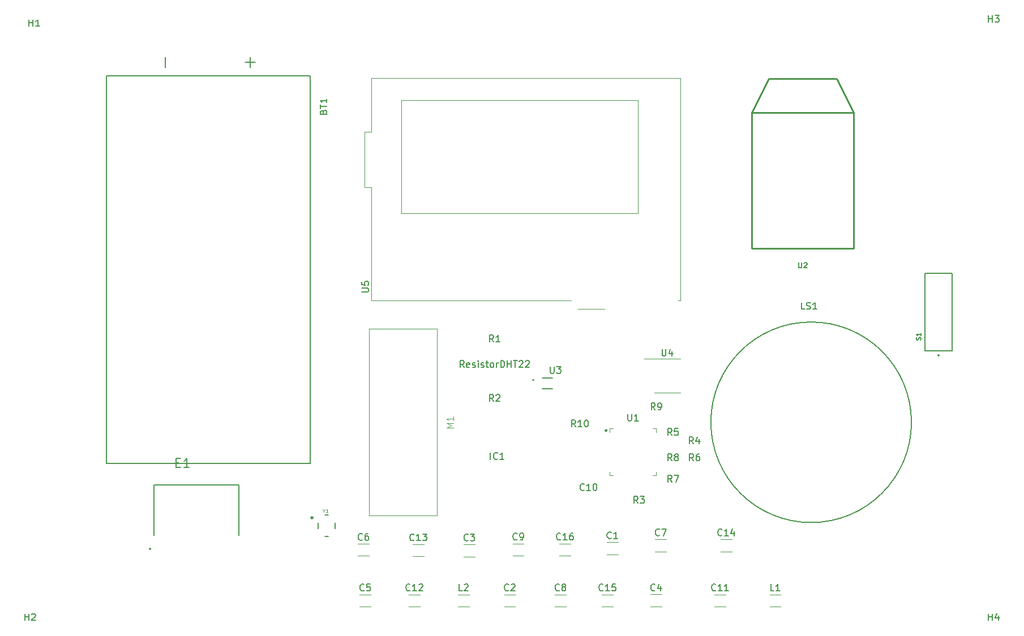
<source format=gbr>
%TF.GenerationSoftware,KiCad,Pcbnew,7.0.7*%
%TF.CreationDate,2024-06-03T23:51:36+07:00*%
%TF.ProjectId,Final Project_Group 4_Electronic Circuit 2,46696e61-6c20-4507-926f-6a6563745f47,rev?*%
%TF.SameCoordinates,Original*%
%TF.FileFunction,Legend,Top*%
%TF.FilePolarity,Positive*%
%FSLAX46Y46*%
G04 Gerber Fmt 4.6, Leading zero omitted, Abs format (unit mm)*
G04 Created by KiCad (PCBNEW 7.0.7) date 2024-06-03 23:51:36*
%MOMM*%
%LPD*%
G01*
G04 APERTURE LIST*
%ADD10C,0.150000*%
%ADD11C,0.120199*%
%ADD12C,0.100000*%
%ADD13C,0.120000*%
%ADD14C,0.250000*%
%ADD15C,0.127000*%
%ADD16C,0.300000*%
%ADD17C,0.254000*%
%ADD18C,0.200000*%
G04 APERTURE END LIST*
D10*
X144018095Y-102919819D02*
X144018095Y-103729342D01*
X144018095Y-103729342D02*
X144065714Y-103824580D01*
X144065714Y-103824580D02*
X144113333Y-103872200D01*
X144113333Y-103872200D02*
X144208571Y-103919819D01*
X144208571Y-103919819D02*
X144399047Y-103919819D01*
X144399047Y-103919819D02*
X144494285Y-103872200D01*
X144494285Y-103872200D02*
X144541904Y-103824580D01*
X144541904Y-103824580D02*
X144589523Y-103729342D01*
X144589523Y-103729342D02*
X144589523Y-102919819D01*
X145589523Y-103919819D02*
X145018095Y-103919819D01*
X145303809Y-103919819D02*
X145303809Y-102919819D01*
X145303809Y-102919819D02*
X145208571Y-103062676D01*
X145208571Y-103062676D02*
X145113333Y-103157914D01*
X145113333Y-103157914D02*
X145018095Y-103205533D01*
X111457142Y-129269580D02*
X111409523Y-129317200D01*
X111409523Y-129317200D02*
X111266666Y-129364819D01*
X111266666Y-129364819D02*
X111171428Y-129364819D01*
X111171428Y-129364819D02*
X111028571Y-129317200D01*
X111028571Y-129317200D02*
X110933333Y-129221961D01*
X110933333Y-129221961D02*
X110885714Y-129126723D01*
X110885714Y-129126723D02*
X110838095Y-128936247D01*
X110838095Y-128936247D02*
X110838095Y-128793390D01*
X110838095Y-128793390D02*
X110885714Y-128602914D01*
X110885714Y-128602914D02*
X110933333Y-128507676D01*
X110933333Y-128507676D02*
X111028571Y-128412438D01*
X111028571Y-128412438D02*
X111171428Y-128364819D01*
X111171428Y-128364819D02*
X111266666Y-128364819D01*
X111266666Y-128364819D02*
X111409523Y-128412438D01*
X111409523Y-128412438D02*
X111457142Y-128460057D01*
X112409523Y-129364819D02*
X111838095Y-129364819D01*
X112123809Y-129364819D02*
X112123809Y-128364819D01*
X112123809Y-128364819D02*
X112028571Y-128507676D01*
X112028571Y-128507676D02*
X111933333Y-128602914D01*
X111933333Y-128602914D02*
X111838095Y-128650533D01*
X112790476Y-128460057D02*
X112838095Y-128412438D01*
X112838095Y-128412438D02*
X112933333Y-128364819D01*
X112933333Y-128364819D02*
X113171428Y-128364819D01*
X113171428Y-128364819D02*
X113266666Y-128412438D01*
X113266666Y-128412438D02*
X113314285Y-128460057D01*
X113314285Y-128460057D02*
X113361904Y-128555295D01*
X113361904Y-128555295D02*
X113361904Y-128650533D01*
X113361904Y-128650533D02*
X113314285Y-128793390D01*
X113314285Y-128793390D02*
X112742857Y-129364819D01*
X112742857Y-129364819D02*
X113361904Y-129364819D01*
X148108333Y-102274819D02*
X147775000Y-101798628D01*
X147536905Y-102274819D02*
X147536905Y-101274819D01*
X147536905Y-101274819D02*
X147917857Y-101274819D01*
X147917857Y-101274819D02*
X148013095Y-101322438D01*
X148013095Y-101322438D02*
X148060714Y-101370057D01*
X148060714Y-101370057D02*
X148108333Y-101465295D01*
X148108333Y-101465295D02*
X148108333Y-101608152D01*
X148108333Y-101608152D02*
X148060714Y-101703390D01*
X148060714Y-101703390D02*
X148013095Y-101751009D01*
X148013095Y-101751009D02*
X147917857Y-101798628D01*
X147917857Y-101798628D02*
X147536905Y-101798628D01*
X148584524Y-102274819D02*
X148775000Y-102274819D01*
X148775000Y-102274819D02*
X148870238Y-102227200D01*
X148870238Y-102227200D02*
X148917857Y-102179580D01*
X148917857Y-102179580D02*
X149013095Y-102036723D01*
X149013095Y-102036723D02*
X149060714Y-101846247D01*
X149060714Y-101846247D02*
X149060714Y-101465295D01*
X149060714Y-101465295D02*
X149013095Y-101370057D01*
X149013095Y-101370057D02*
X148965476Y-101322438D01*
X148965476Y-101322438D02*
X148870238Y-101274819D01*
X148870238Y-101274819D02*
X148679762Y-101274819D01*
X148679762Y-101274819D02*
X148584524Y-101322438D01*
X148584524Y-101322438D02*
X148536905Y-101370057D01*
X148536905Y-101370057D02*
X148489286Y-101465295D01*
X148489286Y-101465295D02*
X148489286Y-101703390D01*
X148489286Y-101703390D02*
X148536905Y-101798628D01*
X148536905Y-101798628D02*
X148584524Y-101846247D01*
X148584524Y-101846247D02*
X148679762Y-101893866D01*
X148679762Y-101893866D02*
X148870238Y-101893866D01*
X148870238Y-101893866D02*
X148965476Y-101846247D01*
X148965476Y-101846247D02*
X149013095Y-101798628D01*
X149013095Y-101798628D02*
X149060714Y-101703390D01*
X104311333Y-121691580D02*
X104263714Y-121739200D01*
X104263714Y-121739200D02*
X104120857Y-121786819D01*
X104120857Y-121786819D02*
X104025619Y-121786819D01*
X104025619Y-121786819D02*
X103882762Y-121739200D01*
X103882762Y-121739200D02*
X103787524Y-121643961D01*
X103787524Y-121643961D02*
X103739905Y-121548723D01*
X103739905Y-121548723D02*
X103692286Y-121358247D01*
X103692286Y-121358247D02*
X103692286Y-121215390D01*
X103692286Y-121215390D02*
X103739905Y-121024914D01*
X103739905Y-121024914D02*
X103787524Y-120929676D01*
X103787524Y-120929676D02*
X103882762Y-120834438D01*
X103882762Y-120834438D02*
X104025619Y-120786819D01*
X104025619Y-120786819D02*
X104120857Y-120786819D01*
X104120857Y-120786819D02*
X104263714Y-120834438D01*
X104263714Y-120834438D02*
X104311333Y-120882057D01*
X105168476Y-120786819D02*
X104978000Y-120786819D01*
X104978000Y-120786819D02*
X104882762Y-120834438D01*
X104882762Y-120834438D02*
X104835143Y-120882057D01*
X104835143Y-120882057D02*
X104739905Y-121024914D01*
X104739905Y-121024914D02*
X104692286Y-121215390D01*
X104692286Y-121215390D02*
X104692286Y-121596342D01*
X104692286Y-121596342D02*
X104739905Y-121691580D01*
X104739905Y-121691580D02*
X104787524Y-121739200D01*
X104787524Y-121739200D02*
X104882762Y-121786819D01*
X104882762Y-121786819D02*
X105073238Y-121786819D01*
X105073238Y-121786819D02*
X105168476Y-121739200D01*
X105168476Y-121739200D02*
X105216095Y-121691580D01*
X105216095Y-121691580D02*
X105263714Y-121596342D01*
X105263714Y-121596342D02*
X105263714Y-121358247D01*
X105263714Y-121358247D02*
X105216095Y-121263009D01*
X105216095Y-121263009D02*
X105168476Y-121215390D01*
X105168476Y-121215390D02*
X105073238Y-121167771D01*
X105073238Y-121167771D02*
X104882762Y-121167771D01*
X104882762Y-121167771D02*
X104787524Y-121215390D01*
X104787524Y-121215390D02*
X104739905Y-121263009D01*
X104739905Y-121263009D02*
X104692286Y-121358247D01*
D11*
X98584756Y-117388768D02*
X98584756Y-117617719D01*
X98424491Y-117136923D02*
X98584756Y-117388768D01*
X98584756Y-117388768D02*
X98745021Y-117136923D01*
X99157132Y-117617719D02*
X98882392Y-117617719D01*
X99019762Y-117617719D02*
X99019762Y-117136923D01*
X99019762Y-117136923D02*
X98973972Y-117205608D01*
X98973972Y-117205608D02*
X98928182Y-117251398D01*
X98928182Y-117251398D02*
X98882392Y-117274293D01*
D10*
X148753333Y-121014580D02*
X148705714Y-121062200D01*
X148705714Y-121062200D02*
X148562857Y-121109819D01*
X148562857Y-121109819D02*
X148467619Y-121109819D01*
X148467619Y-121109819D02*
X148324762Y-121062200D01*
X148324762Y-121062200D02*
X148229524Y-120966961D01*
X148229524Y-120966961D02*
X148181905Y-120871723D01*
X148181905Y-120871723D02*
X148134286Y-120681247D01*
X148134286Y-120681247D02*
X148134286Y-120538390D01*
X148134286Y-120538390D02*
X148181905Y-120347914D01*
X148181905Y-120347914D02*
X148229524Y-120252676D01*
X148229524Y-120252676D02*
X148324762Y-120157438D01*
X148324762Y-120157438D02*
X148467619Y-120109819D01*
X148467619Y-120109819D02*
X148562857Y-120109819D01*
X148562857Y-120109819D02*
X148705714Y-120157438D01*
X148705714Y-120157438D02*
X148753333Y-120205057D01*
X149086667Y-120109819D02*
X149753333Y-120109819D01*
X149753333Y-120109819D02*
X149324762Y-121109819D01*
X169580074Y-80258565D02*
X169580074Y-80895986D01*
X169580074Y-80895986D02*
X169617570Y-80970976D01*
X169617570Y-80970976D02*
X169655065Y-81008472D01*
X169655065Y-81008472D02*
X169730056Y-81045967D01*
X169730056Y-81045967D02*
X169880037Y-81045967D01*
X169880037Y-81045967D02*
X169955028Y-81008472D01*
X169955028Y-81008472D02*
X169992523Y-80970976D01*
X169992523Y-80970976D02*
X170030018Y-80895986D01*
X170030018Y-80895986D02*
X170030018Y-80258565D01*
X170367476Y-80333556D02*
X170404971Y-80296060D01*
X170404971Y-80296060D02*
X170479962Y-80258565D01*
X170479962Y-80258565D02*
X170667439Y-80258565D01*
X170667439Y-80258565D02*
X170742429Y-80296060D01*
X170742429Y-80296060D02*
X170779925Y-80333556D01*
X170779925Y-80333556D02*
X170817420Y-80408546D01*
X170817420Y-80408546D02*
X170817420Y-80483537D01*
X170817420Y-80483537D02*
X170779925Y-80596023D01*
X170779925Y-80596023D02*
X170329981Y-81045967D01*
X170329981Y-81045967D02*
X170817420Y-81045967D01*
X133977142Y-121649580D02*
X133929523Y-121697200D01*
X133929523Y-121697200D02*
X133786666Y-121744819D01*
X133786666Y-121744819D02*
X133691428Y-121744819D01*
X133691428Y-121744819D02*
X133548571Y-121697200D01*
X133548571Y-121697200D02*
X133453333Y-121601961D01*
X133453333Y-121601961D02*
X133405714Y-121506723D01*
X133405714Y-121506723D02*
X133358095Y-121316247D01*
X133358095Y-121316247D02*
X133358095Y-121173390D01*
X133358095Y-121173390D02*
X133405714Y-120982914D01*
X133405714Y-120982914D02*
X133453333Y-120887676D01*
X133453333Y-120887676D02*
X133548571Y-120792438D01*
X133548571Y-120792438D02*
X133691428Y-120744819D01*
X133691428Y-120744819D02*
X133786666Y-120744819D01*
X133786666Y-120744819D02*
X133929523Y-120792438D01*
X133929523Y-120792438D02*
X133977142Y-120840057D01*
X134929523Y-121744819D02*
X134358095Y-121744819D01*
X134643809Y-121744819D02*
X134643809Y-120744819D01*
X134643809Y-120744819D02*
X134548571Y-120887676D01*
X134548571Y-120887676D02*
X134453333Y-120982914D01*
X134453333Y-120982914D02*
X134358095Y-121030533D01*
X135786666Y-120744819D02*
X135596190Y-120744819D01*
X135596190Y-120744819D02*
X135500952Y-120792438D01*
X135500952Y-120792438D02*
X135453333Y-120840057D01*
X135453333Y-120840057D02*
X135358095Y-120982914D01*
X135358095Y-120982914D02*
X135310476Y-121173390D01*
X135310476Y-121173390D02*
X135310476Y-121554342D01*
X135310476Y-121554342D02*
X135358095Y-121649580D01*
X135358095Y-121649580D02*
X135405714Y-121697200D01*
X135405714Y-121697200D02*
X135500952Y-121744819D01*
X135500952Y-121744819D02*
X135691428Y-121744819D01*
X135691428Y-121744819D02*
X135786666Y-121697200D01*
X135786666Y-121697200D02*
X135834285Y-121649580D01*
X135834285Y-121649580D02*
X135881904Y-121554342D01*
X135881904Y-121554342D02*
X135881904Y-121316247D01*
X135881904Y-121316247D02*
X135834285Y-121221009D01*
X135834285Y-121221009D02*
X135786666Y-121173390D01*
X135786666Y-121173390D02*
X135691428Y-121125771D01*
X135691428Y-121125771D02*
X135500952Y-121125771D01*
X135500952Y-121125771D02*
X135405714Y-121173390D01*
X135405714Y-121173390D02*
X135358095Y-121221009D01*
X135358095Y-121221009D02*
X135310476Y-121316247D01*
X119543570Y-95924819D02*
X119210237Y-95448628D01*
X118972142Y-95924819D02*
X118972142Y-94924819D01*
X118972142Y-94924819D02*
X119353094Y-94924819D01*
X119353094Y-94924819D02*
X119448332Y-94972438D01*
X119448332Y-94972438D02*
X119495951Y-95020057D01*
X119495951Y-95020057D02*
X119543570Y-95115295D01*
X119543570Y-95115295D02*
X119543570Y-95258152D01*
X119543570Y-95258152D02*
X119495951Y-95353390D01*
X119495951Y-95353390D02*
X119448332Y-95401009D01*
X119448332Y-95401009D02*
X119353094Y-95448628D01*
X119353094Y-95448628D02*
X118972142Y-95448628D01*
X120353094Y-95877200D02*
X120257856Y-95924819D01*
X120257856Y-95924819D02*
X120067380Y-95924819D01*
X120067380Y-95924819D02*
X119972142Y-95877200D01*
X119972142Y-95877200D02*
X119924523Y-95781961D01*
X119924523Y-95781961D02*
X119924523Y-95401009D01*
X119924523Y-95401009D02*
X119972142Y-95305771D01*
X119972142Y-95305771D02*
X120067380Y-95258152D01*
X120067380Y-95258152D02*
X120257856Y-95258152D01*
X120257856Y-95258152D02*
X120353094Y-95305771D01*
X120353094Y-95305771D02*
X120400713Y-95401009D01*
X120400713Y-95401009D02*
X120400713Y-95496247D01*
X120400713Y-95496247D02*
X119924523Y-95591485D01*
X120781666Y-95877200D02*
X120876904Y-95924819D01*
X120876904Y-95924819D02*
X121067380Y-95924819D01*
X121067380Y-95924819D02*
X121162618Y-95877200D01*
X121162618Y-95877200D02*
X121210237Y-95781961D01*
X121210237Y-95781961D02*
X121210237Y-95734342D01*
X121210237Y-95734342D02*
X121162618Y-95639104D01*
X121162618Y-95639104D02*
X121067380Y-95591485D01*
X121067380Y-95591485D02*
X120924523Y-95591485D01*
X120924523Y-95591485D02*
X120829285Y-95543866D01*
X120829285Y-95543866D02*
X120781666Y-95448628D01*
X120781666Y-95448628D02*
X120781666Y-95401009D01*
X120781666Y-95401009D02*
X120829285Y-95305771D01*
X120829285Y-95305771D02*
X120924523Y-95258152D01*
X120924523Y-95258152D02*
X121067380Y-95258152D01*
X121067380Y-95258152D02*
X121162618Y-95305771D01*
X121638809Y-95924819D02*
X121638809Y-95258152D01*
X121638809Y-94924819D02*
X121591190Y-94972438D01*
X121591190Y-94972438D02*
X121638809Y-95020057D01*
X121638809Y-95020057D02*
X121686428Y-94972438D01*
X121686428Y-94972438D02*
X121638809Y-94924819D01*
X121638809Y-94924819D02*
X121638809Y-95020057D01*
X122067380Y-95877200D02*
X122162618Y-95924819D01*
X122162618Y-95924819D02*
X122353094Y-95924819D01*
X122353094Y-95924819D02*
X122448332Y-95877200D01*
X122448332Y-95877200D02*
X122495951Y-95781961D01*
X122495951Y-95781961D02*
X122495951Y-95734342D01*
X122495951Y-95734342D02*
X122448332Y-95639104D01*
X122448332Y-95639104D02*
X122353094Y-95591485D01*
X122353094Y-95591485D02*
X122210237Y-95591485D01*
X122210237Y-95591485D02*
X122114999Y-95543866D01*
X122114999Y-95543866D02*
X122067380Y-95448628D01*
X122067380Y-95448628D02*
X122067380Y-95401009D01*
X122067380Y-95401009D02*
X122114999Y-95305771D01*
X122114999Y-95305771D02*
X122210237Y-95258152D01*
X122210237Y-95258152D02*
X122353094Y-95258152D01*
X122353094Y-95258152D02*
X122448332Y-95305771D01*
X122781666Y-95258152D02*
X123162618Y-95258152D01*
X122924523Y-94924819D02*
X122924523Y-95781961D01*
X122924523Y-95781961D02*
X122972142Y-95877200D01*
X122972142Y-95877200D02*
X123067380Y-95924819D01*
X123067380Y-95924819D02*
X123162618Y-95924819D01*
X123638809Y-95924819D02*
X123543571Y-95877200D01*
X123543571Y-95877200D02*
X123495952Y-95829580D01*
X123495952Y-95829580D02*
X123448333Y-95734342D01*
X123448333Y-95734342D02*
X123448333Y-95448628D01*
X123448333Y-95448628D02*
X123495952Y-95353390D01*
X123495952Y-95353390D02*
X123543571Y-95305771D01*
X123543571Y-95305771D02*
X123638809Y-95258152D01*
X123638809Y-95258152D02*
X123781666Y-95258152D01*
X123781666Y-95258152D02*
X123876904Y-95305771D01*
X123876904Y-95305771D02*
X123924523Y-95353390D01*
X123924523Y-95353390D02*
X123972142Y-95448628D01*
X123972142Y-95448628D02*
X123972142Y-95734342D01*
X123972142Y-95734342D02*
X123924523Y-95829580D01*
X123924523Y-95829580D02*
X123876904Y-95877200D01*
X123876904Y-95877200D02*
X123781666Y-95924819D01*
X123781666Y-95924819D02*
X123638809Y-95924819D01*
X124400714Y-95924819D02*
X124400714Y-95258152D01*
X124400714Y-95448628D02*
X124448333Y-95353390D01*
X124448333Y-95353390D02*
X124495952Y-95305771D01*
X124495952Y-95305771D02*
X124591190Y-95258152D01*
X124591190Y-95258152D02*
X124686428Y-95258152D01*
X125019762Y-95924819D02*
X125019762Y-94924819D01*
X125019762Y-94924819D02*
X125257857Y-94924819D01*
X125257857Y-94924819D02*
X125400714Y-94972438D01*
X125400714Y-94972438D02*
X125495952Y-95067676D01*
X125495952Y-95067676D02*
X125543571Y-95162914D01*
X125543571Y-95162914D02*
X125591190Y-95353390D01*
X125591190Y-95353390D02*
X125591190Y-95496247D01*
X125591190Y-95496247D02*
X125543571Y-95686723D01*
X125543571Y-95686723D02*
X125495952Y-95781961D01*
X125495952Y-95781961D02*
X125400714Y-95877200D01*
X125400714Y-95877200D02*
X125257857Y-95924819D01*
X125257857Y-95924819D02*
X125019762Y-95924819D01*
X126019762Y-95924819D02*
X126019762Y-94924819D01*
X126019762Y-95401009D02*
X126591190Y-95401009D01*
X126591190Y-95924819D02*
X126591190Y-94924819D01*
X126924524Y-94924819D02*
X127495952Y-94924819D01*
X127210238Y-95924819D02*
X127210238Y-94924819D01*
X127781667Y-95020057D02*
X127829286Y-94972438D01*
X127829286Y-94972438D02*
X127924524Y-94924819D01*
X127924524Y-94924819D02*
X128162619Y-94924819D01*
X128162619Y-94924819D02*
X128257857Y-94972438D01*
X128257857Y-94972438D02*
X128305476Y-95020057D01*
X128305476Y-95020057D02*
X128353095Y-95115295D01*
X128353095Y-95115295D02*
X128353095Y-95210533D01*
X128353095Y-95210533D02*
X128305476Y-95353390D01*
X128305476Y-95353390D02*
X127734048Y-95924819D01*
X127734048Y-95924819D02*
X128353095Y-95924819D01*
X128734048Y-95020057D02*
X128781667Y-94972438D01*
X128781667Y-94972438D02*
X128876905Y-94924819D01*
X128876905Y-94924819D02*
X129115000Y-94924819D01*
X129115000Y-94924819D02*
X129210238Y-94972438D01*
X129210238Y-94972438D02*
X129257857Y-95020057D01*
X129257857Y-95020057D02*
X129305476Y-95115295D01*
X129305476Y-95115295D02*
X129305476Y-95210533D01*
X129305476Y-95210533D02*
X129257857Y-95353390D01*
X129257857Y-95353390D02*
X128686429Y-95924819D01*
X128686429Y-95924819D02*
X129305476Y-95924819D01*
X150618333Y-113069819D02*
X150285000Y-112593628D01*
X150046905Y-113069819D02*
X150046905Y-112069819D01*
X150046905Y-112069819D02*
X150427857Y-112069819D01*
X150427857Y-112069819D02*
X150523095Y-112117438D01*
X150523095Y-112117438D02*
X150570714Y-112165057D01*
X150570714Y-112165057D02*
X150618333Y-112260295D01*
X150618333Y-112260295D02*
X150618333Y-112403152D01*
X150618333Y-112403152D02*
X150570714Y-112498390D01*
X150570714Y-112498390D02*
X150523095Y-112546009D01*
X150523095Y-112546009D02*
X150427857Y-112593628D01*
X150427857Y-112593628D02*
X150046905Y-112593628D01*
X150951667Y-112069819D02*
X151618333Y-112069819D01*
X151618333Y-112069819D02*
X151189762Y-113069819D01*
X127468333Y-121649580D02*
X127420714Y-121697200D01*
X127420714Y-121697200D02*
X127277857Y-121744819D01*
X127277857Y-121744819D02*
X127182619Y-121744819D01*
X127182619Y-121744819D02*
X127039762Y-121697200D01*
X127039762Y-121697200D02*
X126944524Y-121601961D01*
X126944524Y-121601961D02*
X126896905Y-121506723D01*
X126896905Y-121506723D02*
X126849286Y-121316247D01*
X126849286Y-121316247D02*
X126849286Y-121173390D01*
X126849286Y-121173390D02*
X126896905Y-120982914D01*
X126896905Y-120982914D02*
X126944524Y-120887676D01*
X126944524Y-120887676D02*
X127039762Y-120792438D01*
X127039762Y-120792438D02*
X127182619Y-120744819D01*
X127182619Y-120744819D02*
X127277857Y-120744819D01*
X127277857Y-120744819D02*
X127420714Y-120792438D01*
X127420714Y-120792438D02*
X127468333Y-120840057D01*
X127944524Y-121744819D02*
X128135000Y-121744819D01*
X128135000Y-121744819D02*
X128230238Y-121697200D01*
X128230238Y-121697200D02*
X128277857Y-121649580D01*
X128277857Y-121649580D02*
X128373095Y-121506723D01*
X128373095Y-121506723D02*
X128420714Y-121316247D01*
X128420714Y-121316247D02*
X128420714Y-120935295D01*
X128420714Y-120935295D02*
X128373095Y-120840057D01*
X128373095Y-120840057D02*
X128325476Y-120792438D01*
X128325476Y-120792438D02*
X128230238Y-120744819D01*
X128230238Y-120744819D02*
X128039762Y-120744819D01*
X128039762Y-120744819D02*
X127944524Y-120792438D01*
X127944524Y-120792438D02*
X127896905Y-120840057D01*
X127896905Y-120840057D02*
X127849286Y-120935295D01*
X127849286Y-120935295D02*
X127849286Y-121173390D01*
X127849286Y-121173390D02*
X127896905Y-121268628D01*
X127896905Y-121268628D02*
X127944524Y-121316247D01*
X127944524Y-121316247D02*
X128039762Y-121363866D01*
X128039762Y-121363866D02*
X128230238Y-121363866D01*
X128230238Y-121363866D02*
X128325476Y-121316247D01*
X128325476Y-121316247D02*
X128373095Y-121268628D01*
X128373095Y-121268628D02*
X128420714Y-121173390D01*
X123483810Y-109674819D02*
X123483810Y-108674819D01*
X124531428Y-109579580D02*
X124483809Y-109627200D01*
X124483809Y-109627200D02*
X124340952Y-109674819D01*
X124340952Y-109674819D02*
X124245714Y-109674819D01*
X124245714Y-109674819D02*
X124102857Y-109627200D01*
X124102857Y-109627200D02*
X124007619Y-109531961D01*
X124007619Y-109531961D02*
X123960000Y-109436723D01*
X123960000Y-109436723D02*
X123912381Y-109246247D01*
X123912381Y-109246247D02*
X123912381Y-109103390D01*
X123912381Y-109103390D02*
X123960000Y-108912914D01*
X123960000Y-108912914D02*
X124007619Y-108817676D01*
X124007619Y-108817676D02*
X124102857Y-108722438D01*
X124102857Y-108722438D02*
X124245714Y-108674819D01*
X124245714Y-108674819D02*
X124340952Y-108674819D01*
X124340952Y-108674819D02*
X124483809Y-108722438D01*
X124483809Y-108722438D02*
X124531428Y-108770057D01*
X125483809Y-109674819D02*
X124912381Y-109674819D01*
X125198095Y-109674819D02*
X125198095Y-108674819D01*
X125198095Y-108674819D02*
X125102857Y-108817676D01*
X125102857Y-108817676D02*
X125007619Y-108912914D01*
X125007619Y-108912914D02*
X124912381Y-108960533D01*
X126198333Y-129269580D02*
X126150714Y-129317200D01*
X126150714Y-129317200D02*
X126007857Y-129364819D01*
X126007857Y-129364819D02*
X125912619Y-129364819D01*
X125912619Y-129364819D02*
X125769762Y-129317200D01*
X125769762Y-129317200D02*
X125674524Y-129221961D01*
X125674524Y-129221961D02*
X125626905Y-129126723D01*
X125626905Y-129126723D02*
X125579286Y-128936247D01*
X125579286Y-128936247D02*
X125579286Y-128793390D01*
X125579286Y-128793390D02*
X125626905Y-128602914D01*
X125626905Y-128602914D02*
X125674524Y-128507676D01*
X125674524Y-128507676D02*
X125769762Y-128412438D01*
X125769762Y-128412438D02*
X125912619Y-128364819D01*
X125912619Y-128364819D02*
X126007857Y-128364819D01*
X126007857Y-128364819D02*
X126150714Y-128412438D01*
X126150714Y-128412438D02*
X126198333Y-128460057D01*
X126579286Y-128460057D02*
X126626905Y-128412438D01*
X126626905Y-128412438D02*
X126722143Y-128364819D01*
X126722143Y-128364819D02*
X126960238Y-128364819D01*
X126960238Y-128364819D02*
X127055476Y-128412438D01*
X127055476Y-128412438D02*
X127103095Y-128460057D01*
X127103095Y-128460057D02*
X127150714Y-128555295D01*
X127150714Y-128555295D02*
X127150714Y-128650533D01*
X127150714Y-128650533D02*
X127103095Y-128793390D01*
X127103095Y-128793390D02*
X126531667Y-129364819D01*
X126531667Y-129364819D02*
X127150714Y-129364819D01*
X153848333Y-109894819D02*
X153515000Y-109418628D01*
X153276905Y-109894819D02*
X153276905Y-108894819D01*
X153276905Y-108894819D02*
X153657857Y-108894819D01*
X153657857Y-108894819D02*
X153753095Y-108942438D01*
X153753095Y-108942438D02*
X153800714Y-108990057D01*
X153800714Y-108990057D02*
X153848333Y-109085295D01*
X153848333Y-109085295D02*
X153848333Y-109228152D01*
X153848333Y-109228152D02*
X153800714Y-109323390D01*
X153800714Y-109323390D02*
X153753095Y-109371009D01*
X153753095Y-109371009D02*
X153657857Y-109418628D01*
X153657857Y-109418628D02*
X153276905Y-109418628D01*
X154705476Y-108894819D02*
X154515000Y-108894819D01*
X154515000Y-108894819D02*
X154419762Y-108942438D01*
X154419762Y-108942438D02*
X154372143Y-108990057D01*
X154372143Y-108990057D02*
X154276905Y-109132914D01*
X154276905Y-109132914D02*
X154229286Y-109323390D01*
X154229286Y-109323390D02*
X154229286Y-109704342D01*
X154229286Y-109704342D02*
X154276905Y-109799580D01*
X154276905Y-109799580D02*
X154324524Y-109847200D01*
X154324524Y-109847200D02*
X154419762Y-109894819D01*
X154419762Y-109894819D02*
X154610238Y-109894819D01*
X154610238Y-109894819D02*
X154705476Y-109847200D01*
X154705476Y-109847200D02*
X154753095Y-109799580D01*
X154753095Y-109799580D02*
X154800714Y-109704342D01*
X154800714Y-109704342D02*
X154800714Y-109466247D01*
X154800714Y-109466247D02*
X154753095Y-109371009D01*
X154753095Y-109371009D02*
X154705476Y-109323390D01*
X154705476Y-109323390D02*
X154610238Y-109275771D01*
X154610238Y-109275771D02*
X154419762Y-109275771D01*
X154419762Y-109275771D02*
X154324524Y-109323390D01*
X154324524Y-109323390D02*
X154276905Y-109371009D01*
X154276905Y-109371009D02*
X154229286Y-109466247D01*
X120133833Y-121779080D02*
X120086214Y-121826700D01*
X120086214Y-121826700D02*
X119943357Y-121874319D01*
X119943357Y-121874319D02*
X119848119Y-121874319D01*
X119848119Y-121874319D02*
X119705262Y-121826700D01*
X119705262Y-121826700D02*
X119610024Y-121731461D01*
X119610024Y-121731461D02*
X119562405Y-121636223D01*
X119562405Y-121636223D02*
X119514786Y-121445747D01*
X119514786Y-121445747D02*
X119514786Y-121302890D01*
X119514786Y-121302890D02*
X119562405Y-121112414D01*
X119562405Y-121112414D02*
X119610024Y-121017176D01*
X119610024Y-121017176D02*
X119705262Y-120921938D01*
X119705262Y-120921938D02*
X119848119Y-120874319D01*
X119848119Y-120874319D02*
X119943357Y-120874319D01*
X119943357Y-120874319D02*
X120086214Y-120921938D01*
X120086214Y-120921938D02*
X120133833Y-120969557D01*
X120467167Y-120874319D02*
X121086214Y-120874319D01*
X121086214Y-120874319D02*
X120752881Y-121255271D01*
X120752881Y-121255271D02*
X120895738Y-121255271D01*
X120895738Y-121255271D02*
X120990976Y-121302890D01*
X120990976Y-121302890D02*
X121038595Y-121350509D01*
X121038595Y-121350509D02*
X121086214Y-121445747D01*
X121086214Y-121445747D02*
X121086214Y-121683842D01*
X121086214Y-121683842D02*
X121038595Y-121779080D01*
X121038595Y-121779080D02*
X120990976Y-121826700D01*
X120990976Y-121826700D02*
X120895738Y-121874319D01*
X120895738Y-121874319D02*
X120610024Y-121874319D01*
X120610024Y-121874319D02*
X120514786Y-121826700D01*
X120514786Y-121826700D02*
X120467167Y-121779080D01*
X158107142Y-121014580D02*
X158059523Y-121062200D01*
X158059523Y-121062200D02*
X157916666Y-121109819D01*
X157916666Y-121109819D02*
X157821428Y-121109819D01*
X157821428Y-121109819D02*
X157678571Y-121062200D01*
X157678571Y-121062200D02*
X157583333Y-120966961D01*
X157583333Y-120966961D02*
X157535714Y-120871723D01*
X157535714Y-120871723D02*
X157488095Y-120681247D01*
X157488095Y-120681247D02*
X157488095Y-120538390D01*
X157488095Y-120538390D02*
X157535714Y-120347914D01*
X157535714Y-120347914D02*
X157583333Y-120252676D01*
X157583333Y-120252676D02*
X157678571Y-120157438D01*
X157678571Y-120157438D02*
X157821428Y-120109819D01*
X157821428Y-120109819D02*
X157916666Y-120109819D01*
X157916666Y-120109819D02*
X158059523Y-120157438D01*
X158059523Y-120157438D02*
X158107142Y-120205057D01*
X159059523Y-121109819D02*
X158488095Y-121109819D01*
X158773809Y-121109819D02*
X158773809Y-120109819D01*
X158773809Y-120109819D02*
X158678571Y-120252676D01*
X158678571Y-120252676D02*
X158583333Y-120347914D01*
X158583333Y-120347914D02*
X158488095Y-120395533D01*
X159916666Y-120443152D02*
X159916666Y-121109819D01*
X159678571Y-120062200D02*
X159440476Y-120776485D01*
X159440476Y-120776485D02*
X160059523Y-120776485D01*
X157171642Y-129269580D02*
X157124023Y-129317200D01*
X157124023Y-129317200D02*
X156981166Y-129364819D01*
X156981166Y-129364819D02*
X156885928Y-129364819D01*
X156885928Y-129364819D02*
X156743071Y-129317200D01*
X156743071Y-129317200D02*
X156647833Y-129221961D01*
X156647833Y-129221961D02*
X156600214Y-129126723D01*
X156600214Y-129126723D02*
X156552595Y-128936247D01*
X156552595Y-128936247D02*
X156552595Y-128793390D01*
X156552595Y-128793390D02*
X156600214Y-128602914D01*
X156600214Y-128602914D02*
X156647833Y-128507676D01*
X156647833Y-128507676D02*
X156743071Y-128412438D01*
X156743071Y-128412438D02*
X156885928Y-128364819D01*
X156885928Y-128364819D02*
X156981166Y-128364819D01*
X156981166Y-128364819D02*
X157124023Y-128412438D01*
X157124023Y-128412438D02*
X157171642Y-128460057D01*
X158124023Y-129364819D02*
X157552595Y-129364819D01*
X157838309Y-129364819D02*
X157838309Y-128364819D01*
X157838309Y-128364819D02*
X157743071Y-128507676D01*
X157743071Y-128507676D02*
X157647833Y-128602914D01*
X157647833Y-128602914D02*
X157552595Y-128650533D01*
X159076404Y-129364819D02*
X158504976Y-129364819D01*
X158790690Y-129364819D02*
X158790690Y-128364819D01*
X158790690Y-128364819D02*
X158695452Y-128507676D01*
X158695452Y-128507676D02*
X158600214Y-128602914D01*
X158600214Y-128602914D02*
X158504976Y-128650533D01*
X140327142Y-129269580D02*
X140279523Y-129317200D01*
X140279523Y-129317200D02*
X140136666Y-129364819D01*
X140136666Y-129364819D02*
X140041428Y-129364819D01*
X140041428Y-129364819D02*
X139898571Y-129317200D01*
X139898571Y-129317200D02*
X139803333Y-129221961D01*
X139803333Y-129221961D02*
X139755714Y-129126723D01*
X139755714Y-129126723D02*
X139708095Y-128936247D01*
X139708095Y-128936247D02*
X139708095Y-128793390D01*
X139708095Y-128793390D02*
X139755714Y-128602914D01*
X139755714Y-128602914D02*
X139803333Y-128507676D01*
X139803333Y-128507676D02*
X139898571Y-128412438D01*
X139898571Y-128412438D02*
X140041428Y-128364819D01*
X140041428Y-128364819D02*
X140136666Y-128364819D01*
X140136666Y-128364819D02*
X140279523Y-128412438D01*
X140279523Y-128412438D02*
X140327142Y-128460057D01*
X141279523Y-129364819D02*
X140708095Y-129364819D01*
X140993809Y-129364819D02*
X140993809Y-128364819D01*
X140993809Y-128364819D02*
X140898571Y-128507676D01*
X140898571Y-128507676D02*
X140803333Y-128602914D01*
X140803333Y-128602914D02*
X140708095Y-128650533D01*
X142184285Y-128364819D02*
X141708095Y-128364819D01*
X141708095Y-128364819D02*
X141660476Y-128841009D01*
X141660476Y-128841009D02*
X141708095Y-128793390D01*
X141708095Y-128793390D02*
X141803333Y-128745771D01*
X141803333Y-128745771D02*
X142041428Y-128745771D01*
X142041428Y-128745771D02*
X142136666Y-128793390D01*
X142136666Y-128793390D02*
X142184285Y-128841009D01*
X142184285Y-128841009D02*
X142231904Y-128936247D01*
X142231904Y-128936247D02*
X142231904Y-129174342D01*
X142231904Y-129174342D02*
X142184285Y-129269580D01*
X142184285Y-129269580D02*
X142136666Y-129317200D01*
X142136666Y-129317200D02*
X142041428Y-129364819D01*
X142041428Y-129364819D02*
X141803333Y-129364819D01*
X141803333Y-129364819D02*
X141708095Y-129317200D01*
X141708095Y-129317200D02*
X141660476Y-129269580D01*
X141547333Y-121453580D02*
X141499714Y-121501200D01*
X141499714Y-121501200D02*
X141356857Y-121548819D01*
X141356857Y-121548819D02*
X141261619Y-121548819D01*
X141261619Y-121548819D02*
X141118762Y-121501200D01*
X141118762Y-121501200D02*
X141023524Y-121405961D01*
X141023524Y-121405961D02*
X140975905Y-121310723D01*
X140975905Y-121310723D02*
X140928286Y-121120247D01*
X140928286Y-121120247D02*
X140928286Y-120977390D01*
X140928286Y-120977390D02*
X140975905Y-120786914D01*
X140975905Y-120786914D02*
X141023524Y-120691676D01*
X141023524Y-120691676D02*
X141118762Y-120596438D01*
X141118762Y-120596438D02*
X141261619Y-120548819D01*
X141261619Y-120548819D02*
X141356857Y-120548819D01*
X141356857Y-120548819D02*
X141499714Y-120596438D01*
X141499714Y-120596438D02*
X141547333Y-120644057D01*
X142499714Y-121548819D02*
X141928286Y-121548819D01*
X142214000Y-121548819D02*
X142214000Y-120548819D01*
X142214000Y-120548819D02*
X142118762Y-120691676D01*
X142118762Y-120691676D02*
X142023524Y-120786914D01*
X142023524Y-120786914D02*
X141928286Y-120834533D01*
X145538333Y-116244819D02*
X145205000Y-115768628D01*
X144966905Y-116244819D02*
X144966905Y-115244819D01*
X144966905Y-115244819D02*
X145347857Y-115244819D01*
X145347857Y-115244819D02*
X145443095Y-115292438D01*
X145443095Y-115292438D02*
X145490714Y-115340057D01*
X145490714Y-115340057D02*
X145538333Y-115435295D01*
X145538333Y-115435295D02*
X145538333Y-115578152D01*
X145538333Y-115578152D02*
X145490714Y-115673390D01*
X145490714Y-115673390D02*
X145443095Y-115721009D01*
X145443095Y-115721009D02*
X145347857Y-115768628D01*
X145347857Y-115768628D02*
X144966905Y-115768628D01*
X145871667Y-115244819D02*
X146490714Y-115244819D01*
X146490714Y-115244819D02*
X146157381Y-115625771D01*
X146157381Y-115625771D02*
X146300238Y-115625771D01*
X146300238Y-115625771D02*
X146395476Y-115673390D01*
X146395476Y-115673390D02*
X146443095Y-115721009D01*
X146443095Y-115721009D02*
X146490714Y-115816247D01*
X146490714Y-115816247D02*
X146490714Y-116054342D01*
X146490714Y-116054342D02*
X146443095Y-116149580D01*
X146443095Y-116149580D02*
X146395476Y-116197200D01*
X146395476Y-116197200D02*
X146300238Y-116244819D01*
X146300238Y-116244819D02*
X146014524Y-116244819D01*
X146014524Y-116244819D02*
X145919286Y-116197200D01*
X145919286Y-116197200D02*
X145871667Y-116149580D01*
X133783333Y-129269580D02*
X133735714Y-129317200D01*
X133735714Y-129317200D02*
X133592857Y-129364819D01*
X133592857Y-129364819D02*
X133497619Y-129364819D01*
X133497619Y-129364819D02*
X133354762Y-129317200D01*
X133354762Y-129317200D02*
X133259524Y-129221961D01*
X133259524Y-129221961D02*
X133211905Y-129126723D01*
X133211905Y-129126723D02*
X133164286Y-128936247D01*
X133164286Y-128936247D02*
X133164286Y-128793390D01*
X133164286Y-128793390D02*
X133211905Y-128602914D01*
X133211905Y-128602914D02*
X133259524Y-128507676D01*
X133259524Y-128507676D02*
X133354762Y-128412438D01*
X133354762Y-128412438D02*
X133497619Y-128364819D01*
X133497619Y-128364819D02*
X133592857Y-128364819D01*
X133592857Y-128364819D02*
X133735714Y-128412438D01*
X133735714Y-128412438D02*
X133783333Y-128460057D01*
X134354762Y-128793390D02*
X134259524Y-128745771D01*
X134259524Y-128745771D02*
X134211905Y-128698152D01*
X134211905Y-128698152D02*
X134164286Y-128602914D01*
X134164286Y-128602914D02*
X134164286Y-128555295D01*
X134164286Y-128555295D02*
X134211905Y-128460057D01*
X134211905Y-128460057D02*
X134259524Y-128412438D01*
X134259524Y-128412438D02*
X134354762Y-128364819D01*
X134354762Y-128364819D02*
X134545238Y-128364819D01*
X134545238Y-128364819D02*
X134640476Y-128412438D01*
X134640476Y-128412438D02*
X134688095Y-128460057D01*
X134688095Y-128460057D02*
X134735714Y-128555295D01*
X134735714Y-128555295D02*
X134735714Y-128602914D01*
X134735714Y-128602914D02*
X134688095Y-128698152D01*
X134688095Y-128698152D02*
X134640476Y-128745771D01*
X134640476Y-128745771D02*
X134545238Y-128793390D01*
X134545238Y-128793390D02*
X134354762Y-128793390D01*
X134354762Y-128793390D02*
X134259524Y-128841009D01*
X134259524Y-128841009D02*
X134211905Y-128888628D01*
X134211905Y-128888628D02*
X134164286Y-128983866D01*
X134164286Y-128983866D02*
X134164286Y-129174342D01*
X134164286Y-129174342D02*
X134211905Y-129269580D01*
X134211905Y-129269580D02*
X134259524Y-129317200D01*
X134259524Y-129317200D02*
X134354762Y-129364819D01*
X134354762Y-129364819D02*
X134545238Y-129364819D01*
X134545238Y-129364819D02*
X134640476Y-129317200D01*
X134640476Y-129317200D02*
X134688095Y-129269580D01*
X134688095Y-129269580D02*
X134735714Y-129174342D01*
X134735714Y-129174342D02*
X134735714Y-128983866D01*
X134735714Y-128983866D02*
X134688095Y-128888628D01*
X134688095Y-128888628D02*
X134640476Y-128841009D01*
X134640476Y-128841009D02*
X134545238Y-128793390D01*
X112050142Y-121752580D02*
X112002523Y-121800200D01*
X112002523Y-121800200D02*
X111859666Y-121847819D01*
X111859666Y-121847819D02*
X111764428Y-121847819D01*
X111764428Y-121847819D02*
X111621571Y-121800200D01*
X111621571Y-121800200D02*
X111526333Y-121704961D01*
X111526333Y-121704961D02*
X111478714Y-121609723D01*
X111478714Y-121609723D02*
X111431095Y-121419247D01*
X111431095Y-121419247D02*
X111431095Y-121276390D01*
X111431095Y-121276390D02*
X111478714Y-121085914D01*
X111478714Y-121085914D02*
X111526333Y-120990676D01*
X111526333Y-120990676D02*
X111621571Y-120895438D01*
X111621571Y-120895438D02*
X111764428Y-120847819D01*
X111764428Y-120847819D02*
X111859666Y-120847819D01*
X111859666Y-120847819D02*
X112002523Y-120895438D01*
X112002523Y-120895438D02*
X112050142Y-120943057D01*
X113002523Y-121847819D02*
X112431095Y-121847819D01*
X112716809Y-121847819D02*
X112716809Y-120847819D01*
X112716809Y-120847819D02*
X112621571Y-120990676D01*
X112621571Y-120990676D02*
X112526333Y-121085914D01*
X112526333Y-121085914D02*
X112431095Y-121133533D01*
X113335857Y-120847819D02*
X113954904Y-120847819D01*
X113954904Y-120847819D02*
X113621571Y-121228771D01*
X113621571Y-121228771D02*
X113764428Y-121228771D01*
X113764428Y-121228771D02*
X113859666Y-121276390D01*
X113859666Y-121276390D02*
X113907285Y-121324009D01*
X113907285Y-121324009D02*
X113954904Y-121419247D01*
X113954904Y-121419247D02*
X113954904Y-121657342D01*
X113954904Y-121657342D02*
X113907285Y-121752580D01*
X113907285Y-121752580D02*
X113859666Y-121800200D01*
X113859666Y-121800200D02*
X113764428Y-121847819D01*
X113764428Y-121847819D02*
X113478714Y-121847819D01*
X113478714Y-121847819D02*
X113383476Y-121800200D01*
X113383476Y-121800200D02*
X113335857Y-121752580D01*
X153818333Y-107354819D02*
X153485000Y-106878628D01*
X153246905Y-107354819D02*
X153246905Y-106354819D01*
X153246905Y-106354819D02*
X153627857Y-106354819D01*
X153627857Y-106354819D02*
X153723095Y-106402438D01*
X153723095Y-106402438D02*
X153770714Y-106450057D01*
X153770714Y-106450057D02*
X153818333Y-106545295D01*
X153818333Y-106545295D02*
X153818333Y-106688152D01*
X153818333Y-106688152D02*
X153770714Y-106783390D01*
X153770714Y-106783390D02*
X153723095Y-106831009D01*
X153723095Y-106831009D02*
X153627857Y-106878628D01*
X153627857Y-106878628D02*
X153246905Y-106878628D01*
X154675476Y-106688152D02*
X154675476Y-107354819D01*
X154437381Y-106307200D02*
X154199286Y-107021485D01*
X154199286Y-107021485D02*
X154818333Y-107021485D01*
X119283333Y-129364819D02*
X118807143Y-129364819D01*
X118807143Y-129364819D02*
X118807143Y-128364819D01*
X119569048Y-128460057D02*
X119616667Y-128412438D01*
X119616667Y-128412438D02*
X119711905Y-128364819D01*
X119711905Y-128364819D02*
X119950000Y-128364819D01*
X119950000Y-128364819D02*
X120045238Y-128412438D01*
X120045238Y-128412438D02*
X120092857Y-128460057D01*
X120092857Y-128460057D02*
X120140476Y-128555295D01*
X120140476Y-128555295D02*
X120140476Y-128650533D01*
X120140476Y-128650533D02*
X120092857Y-128793390D01*
X120092857Y-128793390D02*
X119521429Y-129364819D01*
X119521429Y-129364819D02*
X120140476Y-129364819D01*
X149163095Y-93209819D02*
X149163095Y-94019342D01*
X149163095Y-94019342D02*
X149210714Y-94114580D01*
X149210714Y-94114580D02*
X149258333Y-94162200D01*
X149258333Y-94162200D02*
X149353571Y-94209819D01*
X149353571Y-94209819D02*
X149544047Y-94209819D01*
X149544047Y-94209819D02*
X149639285Y-94162200D01*
X149639285Y-94162200D02*
X149686904Y-94114580D01*
X149686904Y-94114580D02*
X149734523Y-94019342D01*
X149734523Y-94019342D02*
X149734523Y-93209819D01*
X150639285Y-93543152D02*
X150639285Y-94209819D01*
X150401190Y-93162200D02*
X150163095Y-93876485D01*
X150163095Y-93876485D02*
X150782142Y-93876485D01*
X197993095Y-44244819D02*
X197993095Y-43244819D01*
X197993095Y-43721009D02*
X198564523Y-43721009D01*
X198564523Y-44244819D02*
X198564523Y-43244819D01*
X198945476Y-43244819D02*
X199564523Y-43244819D01*
X199564523Y-43244819D02*
X199231190Y-43625771D01*
X199231190Y-43625771D02*
X199374047Y-43625771D01*
X199374047Y-43625771D02*
X199469285Y-43673390D01*
X199469285Y-43673390D02*
X199516904Y-43721009D01*
X199516904Y-43721009D02*
X199564523Y-43816247D01*
X199564523Y-43816247D02*
X199564523Y-44054342D01*
X199564523Y-44054342D02*
X199516904Y-44149580D01*
X199516904Y-44149580D02*
X199469285Y-44197200D01*
X199469285Y-44197200D02*
X199374047Y-44244819D01*
X199374047Y-44244819D02*
X199088333Y-44244819D01*
X199088333Y-44244819D02*
X198993095Y-44197200D01*
X198993095Y-44197200D02*
X198945476Y-44149580D01*
D12*
X117967419Y-104949523D02*
X116967419Y-104949523D01*
X116967419Y-104949523D02*
X117681704Y-104616190D01*
X117681704Y-104616190D02*
X116967419Y-104282857D01*
X116967419Y-104282857D02*
X117967419Y-104282857D01*
X117967419Y-103282857D02*
X117967419Y-103854285D01*
X117967419Y-103568571D02*
X116967419Y-103568571D01*
X116967419Y-103568571D02*
X117110276Y-103663809D01*
X117110276Y-103663809D02*
X117205514Y-103759047D01*
X117205514Y-103759047D02*
X117253133Y-103854285D01*
D10*
X137497142Y-114244580D02*
X137449523Y-114292200D01*
X137449523Y-114292200D02*
X137306666Y-114339819D01*
X137306666Y-114339819D02*
X137211428Y-114339819D01*
X137211428Y-114339819D02*
X137068571Y-114292200D01*
X137068571Y-114292200D02*
X136973333Y-114196961D01*
X136973333Y-114196961D02*
X136925714Y-114101723D01*
X136925714Y-114101723D02*
X136878095Y-113911247D01*
X136878095Y-113911247D02*
X136878095Y-113768390D01*
X136878095Y-113768390D02*
X136925714Y-113577914D01*
X136925714Y-113577914D02*
X136973333Y-113482676D01*
X136973333Y-113482676D02*
X137068571Y-113387438D01*
X137068571Y-113387438D02*
X137211428Y-113339819D01*
X137211428Y-113339819D02*
X137306666Y-113339819D01*
X137306666Y-113339819D02*
X137449523Y-113387438D01*
X137449523Y-113387438D02*
X137497142Y-113435057D01*
X138449523Y-114339819D02*
X137878095Y-114339819D01*
X138163809Y-114339819D02*
X138163809Y-113339819D01*
X138163809Y-113339819D02*
X138068571Y-113482676D01*
X138068571Y-113482676D02*
X137973333Y-113577914D01*
X137973333Y-113577914D02*
X137878095Y-113625533D01*
X139068571Y-113339819D02*
X139163809Y-113339819D01*
X139163809Y-113339819D02*
X139259047Y-113387438D01*
X139259047Y-113387438D02*
X139306666Y-113435057D01*
X139306666Y-113435057D02*
X139354285Y-113530295D01*
X139354285Y-113530295D02*
X139401904Y-113720771D01*
X139401904Y-113720771D02*
X139401904Y-113958866D01*
X139401904Y-113958866D02*
X139354285Y-114149342D01*
X139354285Y-114149342D02*
X139306666Y-114244580D01*
X139306666Y-114244580D02*
X139259047Y-114292200D01*
X139259047Y-114292200D02*
X139163809Y-114339819D01*
X139163809Y-114339819D02*
X139068571Y-114339819D01*
X139068571Y-114339819D02*
X138973333Y-114292200D01*
X138973333Y-114292200D02*
X138925714Y-114244580D01*
X138925714Y-114244580D02*
X138878095Y-114149342D01*
X138878095Y-114149342D02*
X138830476Y-113958866D01*
X138830476Y-113958866D02*
X138830476Y-113720771D01*
X138830476Y-113720771D02*
X138878095Y-113530295D01*
X138878095Y-113530295D02*
X138925714Y-113435057D01*
X138925714Y-113435057D02*
X138973333Y-113387438D01*
X138973333Y-113387438D02*
X139068571Y-113339819D01*
X123948333Y-92114819D02*
X123615000Y-91638628D01*
X123376905Y-92114819D02*
X123376905Y-91114819D01*
X123376905Y-91114819D02*
X123757857Y-91114819D01*
X123757857Y-91114819D02*
X123853095Y-91162438D01*
X123853095Y-91162438D02*
X123900714Y-91210057D01*
X123900714Y-91210057D02*
X123948333Y-91305295D01*
X123948333Y-91305295D02*
X123948333Y-91448152D01*
X123948333Y-91448152D02*
X123900714Y-91543390D01*
X123900714Y-91543390D02*
X123853095Y-91591009D01*
X123853095Y-91591009D02*
X123757857Y-91638628D01*
X123757857Y-91638628D02*
X123376905Y-91638628D01*
X124900714Y-92114819D02*
X124329286Y-92114819D01*
X124615000Y-92114819D02*
X124615000Y-91114819D01*
X124615000Y-91114819D02*
X124519762Y-91257676D01*
X124519762Y-91257676D02*
X124424524Y-91352914D01*
X124424524Y-91352914D02*
X124329286Y-91400533D01*
X170480307Y-87217792D02*
X170003213Y-87217792D01*
X170003213Y-87217792D02*
X170003213Y-86215894D01*
X170766563Y-87170083D02*
X170909692Y-87217792D01*
X170909692Y-87217792D02*
X171148239Y-87217792D01*
X171148239Y-87217792D02*
X171243658Y-87170083D01*
X171243658Y-87170083D02*
X171291367Y-87122373D01*
X171291367Y-87122373D02*
X171339076Y-87026954D01*
X171339076Y-87026954D02*
X171339076Y-86931535D01*
X171339076Y-86931535D02*
X171291367Y-86836117D01*
X171291367Y-86836117D02*
X171243658Y-86788407D01*
X171243658Y-86788407D02*
X171148239Y-86740698D01*
X171148239Y-86740698D02*
X170957401Y-86692988D01*
X170957401Y-86692988D02*
X170861982Y-86645279D01*
X170861982Y-86645279D02*
X170814273Y-86597569D01*
X170814273Y-86597569D02*
X170766563Y-86502151D01*
X170766563Y-86502151D02*
X170766563Y-86406732D01*
X170766563Y-86406732D02*
X170814273Y-86311313D01*
X170814273Y-86311313D02*
X170861982Y-86263603D01*
X170861982Y-86263603D02*
X170957401Y-86215894D01*
X170957401Y-86215894D02*
X171195948Y-86215894D01*
X171195948Y-86215894D02*
X171339076Y-86263603D01*
X172293265Y-87217792D02*
X171720752Y-87217792D01*
X172007009Y-87217792D02*
X172007009Y-86215894D01*
X172007009Y-86215894D02*
X171911590Y-86359022D01*
X171911590Y-86359022D02*
X171816171Y-86454441D01*
X171816171Y-86454441D02*
X171720752Y-86502151D01*
X136202142Y-104814819D02*
X135868809Y-104338628D01*
X135630714Y-104814819D02*
X135630714Y-103814819D01*
X135630714Y-103814819D02*
X136011666Y-103814819D01*
X136011666Y-103814819D02*
X136106904Y-103862438D01*
X136106904Y-103862438D02*
X136154523Y-103910057D01*
X136154523Y-103910057D02*
X136202142Y-104005295D01*
X136202142Y-104005295D02*
X136202142Y-104148152D01*
X136202142Y-104148152D02*
X136154523Y-104243390D01*
X136154523Y-104243390D02*
X136106904Y-104291009D01*
X136106904Y-104291009D02*
X136011666Y-104338628D01*
X136011666Y-104338628D02*
X135630714Y-104338628D01*
X137154523Y-104814819D02*
X136583095Y-104814819D01*
X136868809Y-104814819D02*
X136868809Y-103814819D01*
X136868809Y-103814819D02*
X136773571Y-103957676D01*
X136773571Y-103957676D02*
X136678333Y-104052914D01*
X136678333Y-104052914D02*
X136583095Y-104100533D01*
X137773571Y-103814819D02*
X137868809Y-103814819D01*
X137868809Y-103814819D02*
X137964047Y-103862438D01*
X137964047Y-103862438D02*
X138011666Y-103910057D01*
X138011666Y-103910057D02*
X138059285Y-104005295D01*
X138059285Y-104005295D02*
X138106904Y-104195771D01*
X138106904Y-104195771D02*
X138106904Y-104433866D01*
X138106904Y-104433866D02*
X138059285Y-104624342D01*
X138059285Y-104624342D02*
X138011666Y-104719580D01*
X138011666Y-104719580D02*
X137964047Y-104767200D01*
X137964047Y-104767200D02*
X137868809Y-104814819D01*
X137868809Y-104814819D02*
X137773571Y-104814819D01*
X137773571Y-104814819D02*
X137678333Y-104767200D01*
X137678333Y-104767200D02*
X137630714Y-104719580D01*
X137630714Y-104719580D02*
X137583095Y-104624342D01*
X137583095Y-104624342D02*
X137535476Y-104433866D01*
X137535476Y-104433866D02*
X137535476Y-104195771D01*
X137535476Y-104195771D02*
X137583095Y-104005295D01*
X137583095Y-104005295D02*
X137630714Y-103910057D01*
X137630714Y-103910057D02*
X137678333Y-103862438D01*
X137678333Y-103862438D02*
X137773571Y-103814819D01*
X187811400Y-91800619D02*
X187841876Y-91709190D01*
X187841876Y-91709190D02*
X187841876Y-91556809D01*
X187841876Y-91556809D02*
X187811400Y-91495857D01*
X187811400Y-91495857D02*
X187780923Y-91465381D01*
X187780923Y-91465381D02*
X187719971Y-91434904D01*
X187719971Y-91434904D02*
X187659019Y-91434904D01*
X187659019Y-91434904D02*
X187598066Y-91465381D01*
X187598066Y-91465381D02*
X187567590Y-91495857D01*
X187567590Y-91495857D02*
X187537114Y-91556809D01*
X187537114Y-91556809D02*
X187506638Y-91678714D01*
X187506638Y-91678714D02*
X187476161Y-91739666D01*
X187476161Y-91739666D02*
X187445685Y-91770143D01*
X187445685Y-91770143D02*
X187384733Y-91800619D01*
X187384733Y-91800619D02*
X187323780Y-91800619D01*
X187323780Y-91800619D02*
X187262828Y-91770143D01*
X187262828Y-91770143D02*
X187232352Y-91739666D01*
X187232352Y-91739666D02*
X187201876Y-91678714D01*
X187201876Y-91678714D02*
X187201876Y-91526333D01*
X187201876Y-91526333D02*
X187232352Y-91434904D01*
X187841876Y-90825380D02*
X187841876Y-91191095D01*
X187841876Y-91008238D02*
X187201876Y-91008238D01*
X187201876Y-91008238D02*
X187293304Y-91069190D01*
X187293304Y-91069190D02*
X187354257Y-91130142D01*
X187354257Y-91130142D02*
X187384733Y-91191095D01*
X104583333Y-129269580D02*
X104535714Y-129317200D01*
X104535714Y-129317200D02*
X104392857Y-129364819D01*
X104392857Y-129364819D02*
X104297619Y-129364819D01*
X104297619Y-129364819D02*
X104154762Y-129317200D01*
X104154762Y-129317200D02*
X104059524Y-129221961D01*
X104059524Y-129221961D02*
X104011905Y-129126723D01*
X104011905Y-129126723D02*
X103964286Y-128936247D01*
X103964286Y-128936247D02*
X103964286Y-128793390D01*
X103964286Y-128793390D02*
X104011905Y-128602914D01*
X104011905Y-128602914D02*
X104059524Y-128507676D01*
X104059524Y-128507676D02*
X104154762Y-128412438D01*
X104154762Y-128412438D02*
X104297619Y-128364819D01*
X104297619Y-128364819D02*
X104392857Y-128364819D01*
X104392857Y-128364819D02*
X104535714Y-128412438D01*
X104535714Y-128412438D02*
X104583333Y-128460057D01*
X105488095Y-128364819D02*
X105011905Y-128364819D01*
X105011905Y-128364819D02*
X104964286Y-128841009D01*
X104964286Y-128841009D02*
X105011905Y-128793390D01*
X105011905Y-128793390D02*
X105107143Y-128745771D01*
X105107143Y-128745771D02*
X105345238Y-128745771D01*
X105345238Y-128745771D02*
X105440476Y-128793390D01*
X105440476Y-128793390D02*
X105488095Y-128841009D01*
X105488095Y-128841009D02*
X105535714Y-128936247D01*
X105535714Y-128936247D02*
X105535714Y-129174342D01*
X105535714Y-129174342D02*
X105488095Y-129269580D01*
X105488095Y-129269580D02*
X105440476Y-129317200D01*
X105440476Y-129317200D02*
X105345238Y-129364819D01*
X105345238Y-129364819D02*
X105107143Y-129364819D01*
X105107143Y-129364819D02*
X105011905Y-129317200D01*
X105011905Y-129317200D02*
X104964286Y-129269580D01*
X76443333Y-110197533D02*
X76910000Y-110197533D01*
X77110000Y-110930866D02*
X76443333Y-110930866D01*
X76443333Y-110930866D02*
X76443333Y-109530866D01*
X76443333Y-109530866D02*
X77110000Y-109530866D01*
X78443333Y-110930866D02*
X77643333Y-110930866D01*
X78043333Y-110930866D02*
X78043333Y-109530866D01*
X78043333Y-109530866D02*
X77910000Y-109730866D01*
X77910000Y-109730866D02*
X77776667Y-109864200D01*
X77776667Y-109864200D02*
X77643333Y-109930866D01*
X197993095Y-133779819D02*
X197993095Y-132779819D01*
X197993095Y-133256009D02*
X198564523Y-133256009D01*
X198564523Y-133779819D02*
X198564523Y-132779819D01*
X199469285Y-133113152D02*
X199469285Y-133779819D01*
X199231190Y-132732200D02*
X198993095Y-133446485D01*
X198993095Y-133446485D02*
X199612142Y-133446485D01*
X104249819Y-84619404D02*
X105059342Y-84619404D01*
X105059342Y-84619404D02*
X105154580Y-84571785D01*
X105154580Y-84571785D02*
X105202200Y-84524166D01*
X105202200Y-84524166D02*
X105249819Y-84428928D01*
X105249819Y-84428928D02*
X105249819Y-84238452D01*
X105249819Y-84238452D02*
X105202200Y-84143214D01*
X105202200Y-84143214D02*
X105154580Y-84095595D01*
X105154580Y-84095595D02*
X105059342Y-84047976D01*
X105059342Y-84047976D02*
X104249819Y-84047976D01*
X104249819Y-83095595D02*
X104249819Y-83571785D01*
X104249819Y-83571785D02*
X104726009Y-83619404D01*
X104726009Y-83619404D02*
X104678390Y-83571785D01*
X104678390Y-83571785D02*
X104630771Y-83476547D01*
X104630771Y-83476547D02*
X104630771Y-83238452D01*
X104630771Y-83238452D02*
X104678390Y-83143214D01*
X104678390Y-83143214D02*
X104726009Y-83095595D01*
X104726009Y-83095595D02*
X104821247Y-83047976D01*
X104821247Y-83047976D02*
X105059342Y-83047976D01*
X105059342Y-83047976D02*
X105154580Y-83095595D01*
X105154580Y-83095595D02*
X105202200Y-83143214D01*
X105202200Y-83143214D02*
X105249819Y-83238452D01*
X105249819Y-83238452D02*
X105249819Y-83476547D01*
X105249819Y-83476547D02*
X105202200Y-83571785D01*
X105202200Y-83571785D02*
X105154580Y-83619404D01*
X53848095Y-133779819D02*
X53848095Y-132779819D01*
X53848095Y-133256009D02*
X54419523Y-133256009D01*
X54419523Y-133779819D02*
X54419523Y-132779819D01*
X54848095Y-132875057D02*
X54895714Y-132827438D01*
X54895714Y-132827438D02*
X54990952Y-132779819D01*
X54990952Y-132779819D02*
X55229047Y-132779819D01*
X55229047Y-132779819D02*
X55324285Y-132827438D01*
X55324285Y-132827438D02*
X55371904Y-132875057D01*
X55371904Y-132875057D02*
X55419523Y-132970295D01*
X55419523Y-132970295D02*
X55419523Y-133065533D01*
X55419523Y-133065533D02*
X55371904Y-133208390D01*
X55371904Y-133208390D02*
X54800476Y-133779819D01*
X54800476Y-133779819D02*
X55419523Y-133779819D01*
X54483095Y-44879819D02*
X54483095Y-43879819D01*
X54483095Y-44356009D02*
X55054523Y-44356009D01*
X55054523Y-44879819D02*
X55054523Y-43879819D01*
X56054523Y-44879819D02*
X55483095Y-44879819D01*
X55768809Y-44879819D02*
X55768809Y-43879819D01*
X55768809Y-43879819D02*
X55673571Y-44022676D01*
X55673571Y-44022676D02*
X55578333Y-44117914D01*
X55578333Y-44117914D02*
X55483095Y-44165533D01*
X165898333Y-129364819D02*
X165422143Y-129364819D01*
X165422143Y-129364819D02*
X165422143Y-128364819D01*
X166755476Y-129364819D02*
X166184048Y-129364819D01*
X166469762Y-129364819D02*
X166469762Y-128364819D01*
X166469762Y-128364819D02*
X166374524Y-128507676D01*
X166374524Y-128507676D02*
X166279286Y-128602914D01*
X166279286Y-128602914D02*
X166184048Y-128650533D01*
X150618333Y-109894819D02*
X150285000Y-109418628D01*
X150046905Y-109894819D02*
X150046905Y-108894819D01*
X150046905Y-108894819D02*
X150427857Y-108894819D01*
X150427857Y-108894819D02*
X150523095Y-108942438D01*
X150523095Y-108942438D02*
X150570714Y-108990057D01*
X150570714Y-108990057D02*
X150618333Y-109085295D01*
X150618333Y-109085295D02*
X150618333Y-109228152D01*
X150618333Y-109228152D02*
X150570714Y-109323390D01*
X150570714Y-109323390D02*
X150523095Y-109371009D01*
X150523095Y-109371009D02*
X150427857Y-109418628D01*
X150427857Y-109418628D02*
X150046905Y-109418628D01*
X151189762Y-109323390D02*
X151094524Y-109275771D01*
X151094524Y-109275771D02*
X151046905Y-109228152D01*
X151046905Y-109228152D02*
X150999286Y-109132914D01*
X150999286Y-109132914D02*
X150999286Y-109085295D01*
X150999286Y-109085295D02*
X151046905Y-108990057D01*
X151046905Y-108990057D02*
X151094524Y-108942438D01*
X151094524Y-108942438D02*
X151189762Y-108894819D01*
X151189762Y-108894819D02*
X151380238Y-108894819D01*
X151380238Y-108894819D02*
X151475476Y-108942438D01*
X151475476Y-108942438D02*
X151523095Y-108990057D01*
X151523095Y-108990057D02*
X151570714Y-109085295D01*
X151570714Y-109085295D02*
X151570714Y-109132914D01*
X151570714Y-109132914D02*
X151523095Y-109228152D01*
X151523095Y-109228152D02*
X151475476Y-109275771D01*
X151475476Y-109275771D02*
X151380238Y-109323390D01*
X151380238Y-109323390D02*
X151189762Y-109323390D01*
X151189762Y-109323390D02*
X151094524Y-109371009D01*
X151094524Y-109371009D02*
X151046905Y-109418628D01*
X151046905Y-109418628D02*
X150999286Y-109513866D01*
X150999286Y-109513866D02*
X150999286Y-109704342D01*
X150999286Y-109704342D02*
X151046905Y-109799580D01*
X151046905Y-109799580D02*
X151094524Y-109847200D01*
X151094524Y-109847200D02*
X151189762Y-109894819D01*
X151189762Y-109894819D02*
X151380238Y-109894819D01*
X151380238Y-109894819D02*
X151475476Y-109847200D01*
X151475476Y-109847200D02*
X151523095Y-109799580D01*
X151523095Y-109799580D02*
X151570714Y-109704342D01*
X151570714Y-109704342D02*
X151570714Y-109513866D01*
X151570714Y-109513866D02*
X151523095Y-109418628D01*
X151523095Y-109418628D02*
X151475476Y-109371009D01*
X151475476Y-109371009D02*
X151380238Y-109323390D01*
X132438682Y-95806645D02*
X132438682Y-96617207D01*
X132438682Y-96617207D02*
X132486362Y-96712567D01*
X132486362Y-96712567D02*
X132534043Y-96760248D01*
X132534043Y-96760248D02*
X132629403Y-96807928D01*
X132629403Y-96807928D02*
X132820123Y-96807928D01*
X132820123Y-96807928D02*
X132915484Y-96760248D01*
X132915484Y-96760248D02*
X132963164Y-96712567D01*
X132963164Y-96712567D02*
X133010844Y-96617207D01*
X133010844Y-96617207D02*
X133010844Y-95806645D01*
X133392285Y-95806645D02*
X134012127Y-95806645D01*
X134012127Y-95806645D02*
X133678366Y-96188086D01*
X133678366Y-96188086D02*
X133821406Y-96188086D01*
X133821406Y-96188086D02*
X133916767Y-96235766D01*
X133916767Y-96235766D02*
X133964447Y-96283446D01*
X133964447Y-96283446D02*
X134012127Y-96378806D01*
X134012127Y-96378806D02*
X134012127Y-96617207D01*
X134012127Y-96617207D02*
X133964447Y-96712567D01*
X133964447Y-96712567D02*
X133916767Y-96760248D01*
X133916767Y-96760248D02*
X133821406Y-96807928D01*
X133821406Y-96807928D02*
X133535325Y-96807928D01*
X133535325Y-96807928D02*
X133439965Y-96760248D01*
X133439965Y-96760248D02*
X133392285Y-96712567D01*
X150618333Y-106084819D02*
X150285000Y-105608628D01*
X150046905Y-106084819D02*
X150046905Y-105084819D01*
X150046905Y-105084819D02*
X150427857Y-105084819D01*
X150427857Y-105084819D02*
X150523095Y-105132438D01*
X150523095Y-105132438D02*
X150570714Y-105180057D01*
X150570714Y-105180057D02*
X150618333Y-105275295D01*
X150618333Y-105275295D02*
X150618333Y-105418152D01*
X150618333Y-105418152D02*
X150570714Y-105513390D01*
X150570714Y-105513390D02*
X150523095Y-105561009D01*
X150523095Y-105561009D02*
X150427857Y-105608628D01*
X150427857Y-105608628D02*
X150046905Y-105608628D01*
X151523095Y-105084819D02*
X151046905Y-105084819D01*
X151046905Y-105084819D02*
X150999286Y-105561009D01*
X150999286Y-105561009D02*
X151046905Y-105513390D01*
X151046905Y-105513390D02*
X151142143Y-105465771D01*
X151142143Y-105465771D02*
X151380238Y-105465771D01*
X151380238Y-105465771D02*
X151475476Y-105513390D01*
X151475476Y-105513390D02*
X151523095Y-105561009D01*
X151523095Y-105561009D02*
X151570714Y-105656247D01*
X151570714Y-105656247D02*
X151570714Y-105894342D01*
X151570714Y-105894342D02*
X151523095Y-105989580D01*
X151523095Y-105989580D02*
X151475476Y-106037200D01*
X151475476Y-106037200D02*
X151380238Y-106084819D01*
X151380238Y-106084819D02*
X151142143Y-106084819D01*
X151142143Y-106084819D02*
X151046905Y-106037200D01*
X151046905Y-106037200D02*
X150999286Y-105989580D01*
X148086833Y-129263080D02*
X148039214Y-129310700D01*
X148039214Y-129310700D02*
X147896357Y-129358319D01*
X147896357Y-129358319D02*
X147801119Y-129358319D01*
X147801119Y-129358319D02*
X147658262Y-129310700D01*
X147658262Y-129310700D02*
X147563024Y-129215461D01*
X147563024Y-129215461D02*
X147515405Y-129120223D01*
X147515405Y-129120223D02*
X147467786Y-128929747D01*
X147467786Y-128929747D02*
X147467786Y-128786890D01*
X147467786Y-128786890D02*
X147515405Y-128596414D01*
X147515405Y-128596414D02*
X147563024Y-128501176D01*
X147563024Y-128501176D02*
X147658262Y-128405938D01*
X147658262Y-128405938D02*
X147801119Y-128358319D01*
X147801119Y-128358319D02*
X147896357Y-128358319D01*
X147896357Y-128358319D02*
X148039214Y-128405938D01*
X148039214Y-128405938D02*
X148086833Y-128453557D01*
X148943976Y-128691652D02*
X148943976Y-129358319D01*
X148705881Y-128310700D02*
X148467786Y-129024985D01*
X148467786Y-129024985D02*
X149086833Y-129024985D01*
X98486009Y-57700714D02*
X98533628Y-57557857D01*
X98533628Y-57557857D02*
X98581247Y-57510238D01*
X98581247Y-57510238D02*
X98676485Y-57462619D01*
X98676485Y-57462619D02*
X98819342Y-57462619D01*
X98819342Y-57462619D02*
X98914580Y-57510238D01*
X98914580Y-57510238D02*
X98962200Y-57557857D01*
X98962200Y-57557857D02*
X99009819Y-57653095D01*
X99009819Y-57653095D02*
X99009819Y-58034047D01*
X99009819Y-58034047D02*
X98009819Y-58034047D01*
X98009819Y-58034047D02*
X98009819Y-57700714D01*
X98009819Y-57700714D02*
X98057438Y-57605476D01*
X98057438Y-57605476D02*
X98105057Y-57557857D01*
X98105057Y-57557857D02*
X98200295Y-57510238D01*
X98200295Y-57510238D02*
X98295533Y-57510238D01*
X98295533Y-57510238D02*
X98390771Y-57557857D01*
X98390771Y-57557857D02*
X98438390Y-57605476D01*
X98438390Y-57605476D02*
X98486009Y-57700714D01*
X98486009Y-57700714D02*
X98486009Y-58034047D01*
X98009819Y-57176904D02*
X98009819Y-56605476D01*
X99009819Y-56891190D02*
X98009819Y-56891190D01*
X99009819Y-55748333D02*
X99009819Y-56319761D01*
X99009819Y-56034047D02*
X98009819Y-56034047D01*
X98009819Y-56034047D02*
X98152676Y-56129285D01*
X98152676Y-56129285D02*
X98247914Y-56224523D01*
X98247914Y-56224523D02*
X98295533Y-56319761D01*
X123948333Y-101004819D02*
X123615000Y-100528628D01*
X123376905Y-101004819D02*
X123376905Y-100004819D01*
X123376905Y-100004819D02*
X123757857Y-100004819D01*
X123757857Y-100004819D02*
X123853095Y-100052438D01*
X123853095Y-100052438D02*
X123900714Y-100100057D01*
X123900714Y-100100057D02*
X123948333Y-100195295D01*
X123948333Y-100195295D02*
X123948333Y-100338152D01*
X123948333Y-100338152D02*
X123900714Y-100433390D01*
X123900714Y-100433390D02*
X123853095Y-100481009D01*
X123853095Y-100481009D02*
X123757857Y-100528628D01*
X123757857Y-100528628D02*
X123376905Y-100528628D01*
X124329286Y-100100057D02*
X124376905Y-100052438D01*
X124376905Y-100052438D02*
X124472143Y-100004819D01*
X124472143Y-100004819D02*
X124710238Y-100004819D01*
X124710238Y-100004819D02*
X124805476Y-100052438D01*
X124805476Y-100052438D02*
X124853095Y-100100057D01*
X124853095Y-100100057D02*
X124900714Y-100195295D01*
X124900714Y-100195295D02*
X124900714Y-100290533D01*
X124900714Y-100290533D02*
X124853095Y-100433390D01*
X124853095Y-100433390D02*
X124281667Y-101004819D01*
X124281667Y-101004819D02*
X124900714Y-101004819D01*
D13*
%TO.C,U1*%
X141280000Y-105085000D02*
X141816000Y-105085000D01*
X141280000Y-105621000D02*
X141280000Y-105085000D01*
X141280000Y-111549000D02*
X141280000Y-112085000D01*
X141280000Y-112085000D02*
X141816000Y-112085000D01*
X148280000Y-105085000D02*
X147744000Y-105085000D01*
X148280000Y-105621000D02*
X148280000Y-105085000D01*
X148280000Y-111549000D02*
X148280000Y-112085000D01*
X148280000Y-112085000D02*
X147744000Y-112085000D01*
D14*
X140901000Y-105371000D02*
G75*
G03*
X140901000Y-105371000I-125000J0D01*
G01*
D13*
%TO.C,C12*%
X111264758Y-129900000D02*
X112935242Y-129900000D01*
X111264758Y-131720000D02*
X112935242Y-131720000D01*
%TO.C,C6*%
X103642758Y-122322000D02*
X105313242Y-122322000D01*
X103642758Y-124142000D02*
X105313242Y-124142000D01*
D15*
%TO.C,Y1*%
X97740000Y-120030000D02*
X97740000Y-119190000D01*
X98750000Y-118010000D02*
X99230000Y-118010000D01*
X98750000Y-121210000D02*
X99230000Y-121210000D01*
X100240000Y-119190000D02*
X100240000Y-120030000D01*
D16*
X96890000Y-118410000D02*
G75*
G03*
X96890000Y-118410000I-100000J0D01*
G01*
D13*
%TO.C,C7*%
X148084758Y-121645000D02*
X149755242Y-121645000D01*
X148084758Y-123465000D02*
X149755242Y-123465000D01*
D17*
%TO.C,U2*%
X162560000Y-57829500D02*
X165100000Y-52749500D01*
X162560000Y-57829500D02*
X177800000Y-57829500D01*
X162560000Y-78149500D02*
X162560000Y-57829500D01*
X165100000Y-52749500D02*
X175260000Y-52749500D01*
X170180000Y-78149500D02*
X162560000Y-78149500D01*
X175260000Y-52749500D02*
X177800000Y-57829500D01*
X177800000Y-78149500D02*
X170180000Y-78149500D01*
X177800000Y-78149500D02*
X177800000Y-57829500D01*
D13*
%TO.C,C16*%
X133784758Y-122280000D02*
X135455242Y-122280000D01*
X133784758Y-124100000D02*
X135455242Y-124100000D01*
%TO.C,C9*%
X126799758Y-122280000D02*
X128470242Y-122280000D01*
X126799758Y-124100000D02*
X128470242Y-124100000D01*
%TO.C,C2*%
X125529758Y-129900000D02*
X127200242Y-129900000D01*
X125529758Y-131720000D02*
X127200242Y-131720000D01*
%TO.C,C3*%
X119465258Y-122409500D02*
X121135742Y-122409500D01*
X119465258Y-124229500D02*
X121135742Y-124229500D01*
%TO.C,C14*%
X157914758Y-121645000D02*
X159585242Y-121645000D01*
X157914758Y-123465000D02*
X159585242Y-123465000D01*
%TO.C,C11*%
X156979258Y-129900000D02*
X158649742Y-129900000D01*
X156979258Y-131720000D02*
X158649742Y-131720000D01*
%TO.C,C15*%
X140134758Y-129900000D02*
X141805242Y-129900000D01*
X140134758Y-131720000D02*
X141805242Y-131720000D01*
%TO.C,C1*%
X140878758Y-122084000D02*
X142549242Y-122084000D01*
X140878758Y-123904000D02*
X142549242Y-123904000D01*
%TO.C,C8*%
X133114758Y-129900000D02*
X134785242Y-129900000D01*
X133114758Y-131720000D02*
X134785242Y-131720000D01*
%TO.C,C13*%
X111857758Y-122383000D02*
X113528242Y-122383000D01*
X111857758Y-124203000D02*
X113528242Y-124203000D01*
%TO.C,L2*%
X118614758Y-129900000D02*
X120285242Y-129900000D01*
X118614758Y-131720000D02*
X120285242Y-131720000D01*
%TO.C,U4*%
X149925000Y-94595000D02*
X146475000Y-94595000D01*
X149925000Y-94595000D02*
X151875000Y-94595000D01*
X149925000Y-99715000D02*
X147975000Y-99715000D01*
X149925000Y-99715000D02*
X151875000Y-99715000D01*
D12*
%TO.C,M1*%
X105310000Y-118110000D02*
X115470000Y-118110000D01*
X115470000Y-118110000D02*
X115470000Y-90170000D01*
X115470000Y-90170000D02*
X105310000Y-90170000D01*
X105310000Y-90170000D02*
X105310000Y-118110000D01*
D15*
%TO.C,LS1*%
X186450000Y-104140000D02*
G75*
G03*
X186450000Y-104140000I-15000000J0D01*
G01*
%TO.C,S1*%
X188500000Y-93430000D02*
X192500000Y-93430000D01*
X192500000Y-93430000D02*
X192500000Y-81830000D01*
X188500000Y-81830000D02*
X188500000Y-93430000D01*
X192500000Y-81830000D02*
X188500000Y-81830000D01*
D18*
X190600000Y-94130000D02*
G75*
G03*
X190600000Y-94130000I-100000J0D01*
G01*
D13*
%TO.C,C5*%
X103914758Y-129900000D02*
X105585242Y-129900000D01*
X103914758Y-131720000D02*
X105585242Y-131720000D01*
D15*
%TO.C,E1*%
X73115000Y-113540000D02*
X85815000Y-113540000D01*
X73115000Y-121090000D02*
X73115000Y-113540000D01*
X85815000Y-113540000D02*
X85815000Y-121090000D01*
D18*
X72665000Y-123080000D02*
G75*
G03*
X72665000Y-123080000I-100000J0D01*
G01*
D13*
%TO.C,U5*%
X136545000Y-87157500D02*
X140545000Y-87157500D01*
X105625000Y-85877500D02*
X135545000Y-85877500D01*
X105625000Y-85877500D02*
X105625000Y-69017500D01*
X151865000Y-85877500D02*
X151545000Y-85877500D01*
X110145000Y-72907500D02*
X110145000Y-55907500D01*
X145545000Y-72907500D02*
X110145000Y-72907500D01*
X145545000Y-72907500D02*
X145545000Y-55907500D01*
X104675000Y-69017500D02*
X105605000Y-69017500D01*
X104675000Y-60717500D02*
X104675000Y-69017500D01*
X105615000Y-60717500D02*
X104675000Y-60717500D01*
X105625000Y-60717500D02*
X105625000Y-52637500D01*
X110145000Y-55907500D02*
X145545000Y-55907500D01*
X105625000Y-52637500D02*
X151865000Y-52637500D01*
X151865000Y-52637500D02*
X151865000Y-85877500D01*
%TO.C,L1*%
X165229758Y-129900000D02*
X166900242Y-129900000D01*
X165229758Y-131720000D02*
X166900242Y-131720000D01*
D15*
%TO.C,U3*%
X131195000Y-99090000D02*
X132755000Y-99090000D01*
X132755000Y-97490000D02*
X131195000Y-97490000D01*
D18*
X129975000Y-97790000D02*
G75*
G03*
X129975000Y-97790000I-100000J0D01*
G01*
D13*
%TO.C,C4*%
X147418258Y-129893500D02*
X149088742Y-129893500D01*
X147418258Y-131713500D02*
X149088742Y-131713500D01*
D15*
%TO.C,BT1*%
X87560000Y-49540000D02*
X87560000Y-51040000D01*
X74860000Y-49540000D02*
X74860000Y-51040000D01*
X86810000Y-50290000D02*
X88310000Y-50290000D01*
X96520000Y-52280000D02*
X96520000Y-110280000D01*
X66020000Y-52280000D02*
X96520000Y-52280000D01*
X96520000Y-110280000D02*
X66020000Y-110280000D01*
X66020000Y-110280000D02*
X66020000Y-52280000D01*
%TD*%
M02*

</source>
